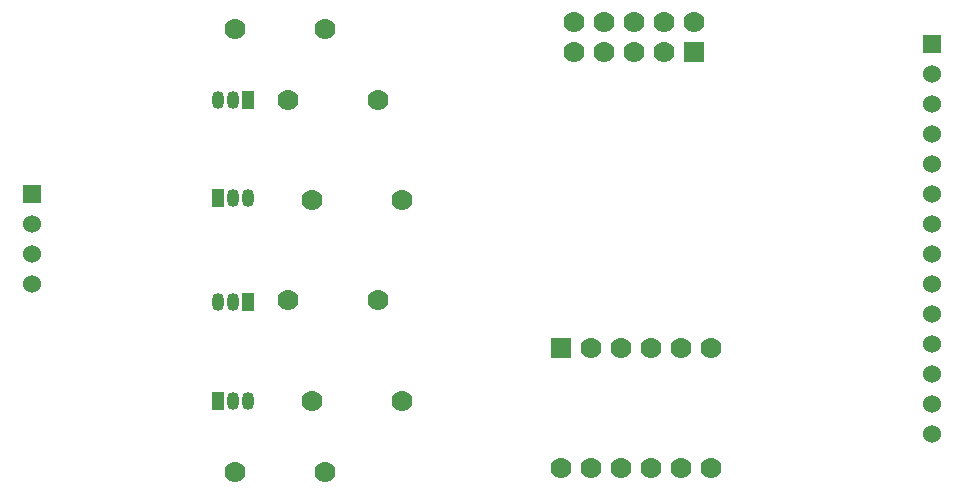
<source format=gbr>
%TF.GenerationSoftware,KiCad,Pcbnew,8.0.3*%
%TF.CreationDate,2024-06-27T19:26:25-06:00*%
%TF.ProjectId,Subsystem SPI Breakout v2,53756273-7973-4746-956d-205350492042,rev?*%
%TF.SameCoordinates,Original*%
%TF.FileFunction,Copper,L2,Bot*%
%TF.FilePolarity,Positive*%
%FSLAX46Y46*%
G04 Gerber Fmt 4.6, Leading zero omitted, Abs format (unit mm)*
G04 Created by KiCad (PCBNEW 8.0.3) date 2024-06-27 19:26:25*
%MOMM*%
%LPD*%
G01*
G04 APERTURE LIST*
%TA.AperFunction,ComponentPad*%
%ADD10R,1.524000X1.524000*%
%TD*%
%TA.AperFunction,ComponentPad*%
%ADD11C,1.524000*%
%TD*%
%TA.AperFunction,ComponentPad*%
%ADD12C,1.778000*%
%TD*%
%TA.AperFunction,ComponentPad*%
%ADD13R,1.050000X1.500000*%
%TD*%
%TA.AperFunction,ComponentPad*%
%ADD14O,1.050000X1.500000*%
%TD*%
%TA.AperFunction,ComponentPad*%
%ADD15R,1.778000X1.778000*%
%TD*%
G04 APERTURE END LIST*
D10*
%TO.P,U1,1,Vcc*%
%TO.N,Net-(U1-Vcc)*%
X169200000Y-56270000D03*
D11*
%TO.P,U1,2,GND*%
%TO.N,Net-(U1-GND)*%
X169200000Y-58810000D03*
%TO.P,U1,3,CS*%
%TO.N,unconnected-(U1-CS-Pad3)*%
X169200000Y-61350000D03*
%TO.P,U1,4,RESET*%
%TO.N,unconnected-(U1-RESET-Pad4)*%
X169200000Y-63890000D03*
%TO.P,U1,5,DC*%
%TO.N,unconnected-(U1-DC-Pad5)*%
X169200000Y-66430000D03*
%TO.P,U1,6,SDI(MOSI)*%
%TO.N,unconnected-(U1-SDI(MOSI)-Pad6)*%
X169200000Y-68970000D03*
%TO.P,U1,7,SCK*%
%TO.N,unconnected-(U1-SCK-Pad7)*%
X169200000Y-71510000D03*
%TO.P,U1,8,LED*%
%TO.N,unconnected-(U1-LED-Pad8)*%
X169200000Y-74050000D03*
%TO.P,U1,9,SDO(MISO)*%
%TO.N,unconnected-(U1-SDO(MISO)-Pad9)*%
X169200000Y-76590000D03*
%TO.P,U1,10,T_CLK*%
%TO.N,unconnected-(U1-T_CLK-Pad10)*%
X169200000Y-79130000D03*
%TO.P,U1,11,T_CS*%
%TO.N,unconnected-(U1-T_CS-Pad11)*%
X169200000Y-81670000D03*
%TO.P,U1,12,T_DIN*%
%TO.N,unconnected-(U1-T_DIN-Pad12)*%
X169200000Y-84210000D03*
%TO.P,U1,13,T_DO*%
%TO.N,unconnected-(U1-T_DO-Pad13)*%
X169200000Y-86750000D03*
%TO.P,U1,14,T_IRQ*%
%TO.N,unconnected-(U1-T_IRQ-Pad14)*%
X169200000Y-89290000D03*
D10*
%TO.P,U1,15,SD_CS*%
%TO.N,unconnected-(U1-SD_CS-Pad15)*%
X93000000Y-68970000D03*
D11*
%TO.P,U1,16,SD_MOSI*%
%TO.N,unconnected-(U1-SD_MOSI-Pad16)*%
X93000000Y-71510000D03*
%TO.P,U1,17,SD_MISO*%
%TO.N,unconnected-(U1-SD_MISO-Pad17)*%
X93000000Y-74050000D03*
%TO.P,U1,18,SD_SCK*%
%TO.N,unconnected-(U1-SD_SCK-Pad18)*%
X93000000Y-76590000D03*
%TD*%
D12*
%TO.P,R1,P$1,P$1*%
%TO.N,Net-(Q2-C)*%
X116690000Y-69500000D03*
%TO.P,R1,P$2,P$2*%
%TO.N,Net-(U1-Vcc)*%
X124310000Y-69500000D03*
%TD*%
D13*
%TO.P,Q1,1,E*%
%TO.N,Net-(Q1-E)*%
X111270000Y-61000000D03*
D14*
%TO.P,Q1,2,B*%
%TO.N,Net-(Q1-B)*%
X110000000Y-61000000D03*
%TO.P,Q1,3,C*%
%TO.N,Net-(Q1-C)*%
X108730000Y-61000000D03*
%TD*%
D12*
%TO.P,R2,P$1,P$1*%
%TO.N,Net-(Q4-C)*%
X116690000Y-86500000D03*
%TO.P,R2,P$2,P$2*%
%TO.N,Net-(U1-Vcc)*%
X124310000Y-86500000D03*
%TD*%
%TO.P,R5,P$1,P$1*%
%TO.N,Net-(Q3-B)*%
X110190000Y-92500000D03*
%TO.P,R5,P$2,P$2*%
%TO.N,Net-(U1-GND)*%
X117810000Y-92500000D03*
%TD*%
%TO.P,LogicConverter1,GND1,GND1*%
%TO.N,Net-(U1-GND)*%
X145420000Y-82000000D03*
%TO.P,LogicConverter1,GND2,GND2*%
X145420000Y-92160000D03*
%TO.P,LogicConverter1,HV,HV*%
%TO.N,Net-(1-Pad5V)*%
X142880000Y-82000000D03*
D15*
%TO.P,LogicConverter1,HV1,HV1*%
%TO.N,Net-(1-PadTFT_DC)*%
X137800000Y-82000000D03*
D12*
%TO.P,LogicConverter1,HV2,HV2*%
%TO.N,Net-(1-PadMISO)*%
X140340000Y-82000000D03*
%TO.P,LogicConverter1,HV3,HV3*%
%TO.N,Net-(1-PadMOSI)*%
X147960000Y-82000000D03*
%TO.P,LogicConverter1,HV4,HV4*%
%TO.N,Net-(1-PadSCK)*%
X150500000Y-82000000D03*
%TO.P,LogicConverter1,LV,LV*%
%TO.N,Net-(U1-Vcc)*%
X142880000Y-92160000D03*
%TO.P,LogicConverter1,LV1,LV1*%
%TO.N,unconnected-(LogicConverter1-PadLV1)*%
X137800000Y-92160000D03*
%TO.P,LogicConverter1,LV2,LV2*%
%TO.N,unconnected-(LogicConverter1-PadLV2)*%
X140340000Y-92160000D03*
%TO.P,LogicConverter1,LV3,LV3*%
%TO.N,unconnected-(LogicConverter1-PadLV3)*%
X147960000Y-92160000D03*
%TO.P,LogicConverter1,LV4,LV4*%
%TO.N,unconnected-(LogicConverter1-PadLV4)*%
X150500000Y-92160000D03*
%TD*%
%TO.P,R6,P$1,P$1*%
%TO.N,Net-(Q1-B)*%
X110190000Y-55000000D03*
%TO.P,R6,P$2,P$2*%
%TO.N,Net-(U1-GND)*%
X117810000Y-55000000D03*
%TD*%
D13*
%TO.P,Q2,1,E*%
%TO.N,Net-(Q1-C)*%
X108730000Y-69360000D03*
D14*
%TO.P,Q2,2,B*%
%TO.N,Net-(Q1-B)*%
X110000000Y-69360000D03*
%TO.P,Q2,3,C*%
%TO.N,Net-(Q2-C)*%
X111270000Y-69360000D03*
%TD*%
D12*
%TO.P,R4,P$1,P$1*%
%TO.N,Net-(Q1-E)*%
X114690000Y-61000000D03*
%TO.P,R4,P$2,P$2*%
%TO.N,Net-(U1-GND)*%
X122310000Y-61000000D03*
%TD*%
D15*
%TO.P,1,3V3,3V3*%
%TO.N,Net-(U1-Vcc)*%
X149080000Y-57000000D03*
D12*
%TO.P,1,5V,5V*%
%TO.N,Net-(1-Pad5V)*%
X146540000Y-57000000D03*
%TO.P,1,GND,GND*%
%TO.N,Net-(U1-GND)*%
X144000000Y-57000000D03*
%TO.P,1,MISO,MISO*%
%TO.N,Net-(1-PadMISO)*%
X138920000Y-54460000D03*
%TO.P,1,MOSI,MOSI*%
%TO.N,Net-(1-PadMOSI)*%
X138920000Y-57000000D03*
%TO.P,1,SCK,SCK*%
%TO.N,Net-(1-PadSCK)*%
X141460000Y-57000000D03*
%TO.P,1,SD_CS,SD_CS*%
%TO.N,Net-(Q3-B)*%
X141460000Y-54460000D03*
%TO.P,1,SPKR,SPKR*%
%TO.N,unconnected-(1-PadSPKR)*%
X149080000Y-54460000D03*
%TO.P,1,TFT_CS,TFT_CS*%
%TO.N,Net-(Q1-B)*%
X144000000Y-54460000D03*
%TO.P,1,TFT_DC,TFT_DC*%
%TO.N,Net-(1-PadTFT_DC)*%
X146540000Y-54460000D03*
%TD*%
D13*
%TO.P,Q4,1,E*%
%TO.N,Net-(Q3-C)*%
X108730000Y-86500000D03*
D14*
%TO.P,Q4,2,B*%
%TO.N,Net-(Q3-B)*%
X110000000Y-86500000D03*
%TO.P,Q4,3,C*%
%TO.N,Net-(Q4-C)*%
X111270000Y-86500000D03*
%TD*%
D12*
%TO.P,R3,P$1,P$1*%
%TO.N,Net-(Q3-E)*%
X114690000Y-78000000D03*
%TO.P,R3,P$2,P$2*%
%TO.N,Net-(U1-GND)*%
X122310000Y-78000000D03*
%TD*%
D13*
%TO.P,Q3,1,E*%
%TO.N,Net-(Q3-E)*%
X111270000Y-78140000D03*
D14*
%TO.P,Q3,2,B*%
%TO.N,Net-(Q3-B)*%
X110000000Y-78140000D03*
%TO.P,Q3,3,C*%
%TO.N,Net-(Q3-C)*%
X108730000Y-78140000D03*
%TD*%
M02*

</source>
